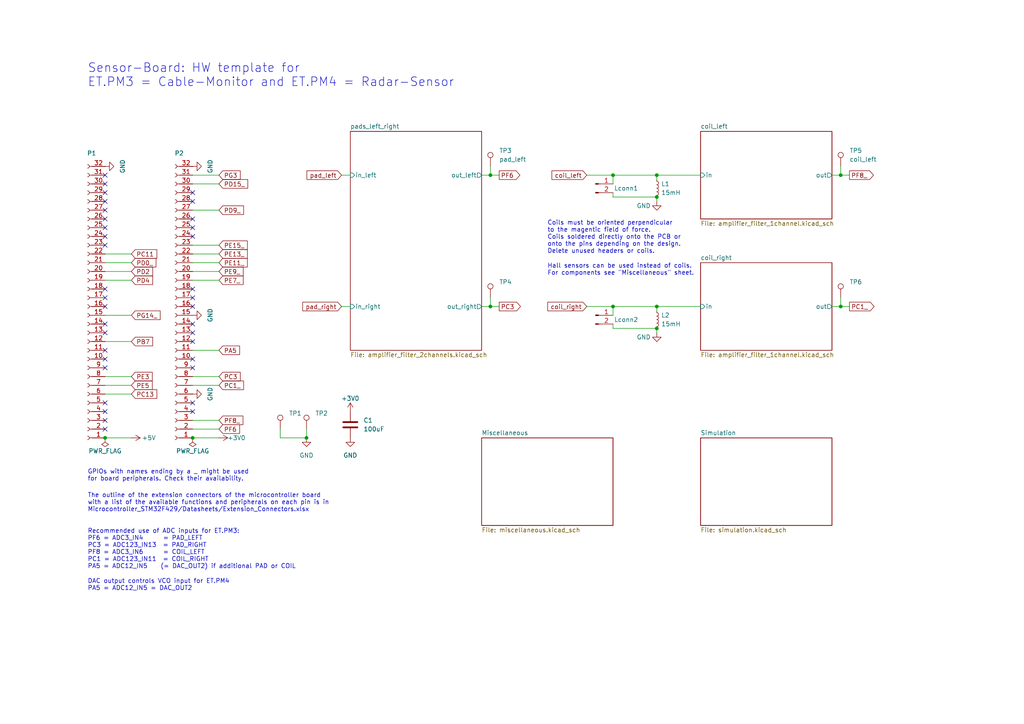
<source format=kicad_sch>
(kicad_sch (version 20250114) (generator "eeschema") (generator_version "9.0")
  (paper "A4")
  (title_block (title "Sensor-Board: HW template for ET.PM3 and ET.PM4") (date "2022-12-22") (company "hhrt@zhaw.ch"))
  (lib_symbols
    (symbol "Connector:Conn_01x02_Pin" (pin_names (offset 1.016) (hide yes))
      (property "Reference" "J" (at 0 2.54 0))
      (property "Value" "Conn_01x02_Pin" (at 0 -5.08 0))
      (symbol "Conn_01x02_Pin_1_1"
        (rectangle (start 0.8636 0.127) (end 0 -0.127) (stroke (width 0.1524)) (fill (type outline)))
        (rectangle (start 0.8636 -2.413) (end 0 -2.667) (stroke (width 0.1524)) (fill (type outline)))
        (polyline (pts (xy 1.27 0) (xy 0.8636 0)) (stroke (width 0.1524)))
        (polyline (pts (xy 1.27 -2.54) (xy 0.8636 -2.54)) (stroke (width 0.1524)))
        (pin passive line (at 5.08 0 180) (length 3.81) (name "Pin_1") (number "1"))
        (pin passive line (at 5.08 -2.54 180) (length 3.81) (name "Pin_2") (number "2"))
      )
    )
    (symbol "Connector:Conn_01x32_Socket" (pin_names (offset 1.016) (hide yes))
      (property "Reference" "J" (at 0 40.64 0))
      (property "Value" "Conn_01x32_Socket" (at 0 -43.18 0))
      (symbol "Conn_01x32_Socket_1_1"
        (polyline (pts (xy -1.27 38.1) (xy -0.508 38.1)) (stroke (width 0.1524)))
        (polyline (pts (xy -1.27 35.56) (xy -0.508 35.56)) (stroke (width 0.1524)))
        (polyline (pts (xy -1.27 33.02) (xy -0.508 33.02)) (stroke (width 0.1524)))
        (polyline (pts (xy -1.27 30.48) (xy -0.508 30.48)) (stroke (width 0.1524)))
        (polyline (pts (xy -1.27 27.94) (xy -0.508 27.94)) (stroke (width 0.1524)))
        (polyline (pts (xy -1.27 25.4) (xy -0.508 25.4)) (stroke (width 0.1524)))
        (polyline (pts (xy -1.27 22.86) (xy -0.508 22.86)) (stroke (width 0.1524)))
        (polyline (pts (xy -1.27 20.32) (xy -0.508 20.32)) (stroke (width 0.1524)))
        (polyline (pts (xy -1.27 17.78) (xy -0.508 17.78)) (stroke (width 0.1524)))
        (polyline (pts (xy -1.27 15.24) (xy -0.508 15.24)) (stroke (width 0.1524)))
        (polyline (pts (xy -1.27 12.7) (xy -0.508 12.7)) (stroke (width 0.1524)))
        (polyline (pts (xy -1.27 10.16) (xy -0.508 10.16)) (stroke (width 0.1524)))
        (polyline (pts (xy -1.27 7.62) (xy -0.508 7.62)) (stroke (width 0.1524)))
        (polyline (pts (xy -1.27 5.08) (xy -0.508 5.08)) (stroke (width 0.1524)))
        (polyline (pts (xy -1.27 2.54) (xy -0.508 2.54)) (stroke (width 0.1524)))
        (polyline (pts (xy -1.27 0) (xy -0.508 0)) (stroke (width 0.1524)))
        (polyline (pts (xy -1.27 -2.54) (xy -0.508 -2.54)) (stroke (width 0.1524)))
        (polyline (pts (xy -1.27 -5.08) (xy -0.508 -5.08)) (stroke (width 0.1524)))
        (polyline (pts (xy -1.27 -7.62) (xy -0.508 -7.62)) (stroke (width 0.1524)))
        (polyline (pts (xy -1.27 -10.16) (xy -0.508 -10.16)) (stroke (width 0.1524)))
        (polyline (pts (xy -1.27 -12.7) (xy -0.508 -12.7)) (stroke (width 0.1524)))
        (polyline (pts (xy -1.27 -15.24) (xy -0.508 -15.24)) (stroke (width 0.1524)))
        (polyline (pts (xy -1.27 -17.78) (xy -0.508 -17.78)) (stroke (width 0.1524)))
        (polyline (pts (xy -1.27 -20.32) (xy -0.508 -20.32)) (stroke (width 0.1524)))
        (polyline (pts (xy -1.27 -22.86) (xy -0.508 -22.86)) (stroke (width 0.1524)))
        (polyline (pts (xy -1.27 -25.4) (xy -0.508 -25.4)) (stroke (width 0.1524)))
        (polyline (pts (xy -1.27 -27.94) (xy -0.508 -27.94)) (stroke (width 0.1524)))
        (polyline (pts (xy -1.27 -30.48) (xy -0.508 -30.48)) (stroke (width 0.1524)))
        (polyline (pts (xy -1.27 -33.02) (xy -0.508 -33.02)) (stroke (width 0.1524)))
        (polyline (pts (xy -1.27 -35.56) (xy -0.508 -35.56)) (stroke (width 0.1524)))
        (polyline (pts (xy -1.27 -38.1) (xy -0.508 -38.1)) (stroke (width 0.1524)))
        (polyline (pts (xy -1.27 -40.64) (xy -0.508 -40.64)) (stroke (width 0.1524)))
        (arc (start 0 37.592) (mid -0.5058 38.1) (end 0 38.608) (stroke (width 0.1524)))
        (arc (start 0 35.052) (mid -0.5058 35.56) (end 0 36.068) (stroke (width 0.1524)))
        (arc (start 0 32.512) (mid -0.5058 33.02) (end 0 33.528) (stroke (width 0.1524)))
        (arc (start 0 29.972) (mid -0.5058 30.48) (end 0 30.988) (stroke (width 0.1524)))
        (arc (start 0 27.432) (mid -0.5058 27.94) (end 0 28.448) (stroke (width 0.1524)))
        (arc (start 0 24.892) (mid -0.5058 25.4) (end 0 25.908) (stroke (width 0.1524)))
        (arc (start 0 22.352) (mid -0.5058 22.86) (end 0 23.368) (stroke (width 0.1524)))
        (arc (start 0 19.812) (mid -0.5058 20.32) (end 0 20.828) (stroke (width 0.1524)))
        (arc (start 0 17.272) (mid -0.5058 17.78) (end 0 18.288) (stroke (width 0.1524)))
        (arc (start 0 14.732) (mid -0.5058 15.24) (end 0 15.748) (stroke (width 0.1524)))
        (arc (start 0 12.192) (mid -0.5058 12.7) (end 0 13.208) (stroke (width 0.1524)))
        (arc (start 0 9.652) (mid -0.5058 10.16) (end 0 10.668) (stroke (width 0.1524)))
        (arc (start 0 7.112) (mid -0.5058 7.62) (end 0 8.128) (stroke (width 0.1524)))
        (arc (start 0 4.572) (mid -0.5058 5.08) (end 0 5.588) (stroke (width 0.1524)))
        (arc (start 0 2.032) (mid -0.5058 2.54) (end 0 3.048) (stroke (width 0.1524)))
        (arc (start 0 -0.508) (mid -0.5058 0) (end 0 0.508) (stroke (width 0.1524)))
        (arc (start 0 -3.048) (mid -0.5058 -2.54) (end 0 -2.032) (stroke (width 0.1524)))
        (arc (start 0 -5.588) (mid -0.5058 -5.08) (end 0 -4.572) (stroke (width 0.1524)))
        (arc (start 0 -8.128) (mid -0.5058 -7.62) (end 0 -7.112) (stroke (width 0.1524)))
        (arc (start 0 -10.668) (mid -0.5058 -10.16) (end 0 -9.652) (stroke (width 0.1524)))
        (arc (start 0 -13.208) (mid -0.5058 -12.7) (end 0 -12.192) (stroke (width 0.1524)))
        (arc (start 0 -15.748) (mid -0.5058 -15.24) (end 0 -14.732) (stroke (width 0.1524)))
        (arc (start 0 -18.288) (mid -0.5058 -17.78) (end 0 -17.272) (stroke (width 0.1524)))
        (arc (start 0 -20.828) (mid -0.5058 -20.32) (end 0 -19.812) (stroke (width 0.1524)))
        (arc (start 0 -23.368) (mid -0.5058 -22.86) (end 0 -22.352) (stroke (width 0.1524)))
        (arc (start 0 -25.908) (mid -0.5058 -25.4) (end 0 -24.892) (stroke (width 0.1524)))
        (arc (start 0 -28.448) (mid -0.5058 -27.94) (end 0 -27.432) (stroke (width 0.1524)))
        (arc (start 0 -30.988) (mid -0.5058 -30.48) (end 0 -29.972) (stroke (width 0.1524)))
        (arc (start 0 -33.528) (mid -0.5058 -33.02) (end 0 -32.512) (stroke (width 0.1524)))
        (arc (start 0 -36.068) (mid -0.5058 -35.56) (end 0 -35.052) (stroke (width 0.1524)))
        (arc (start 0 -38.608) (mid -0.5058 -38.1) (end 0 -37.592) (stroke (width 0.1524)))
        (arc (start 0 -41.148) (mid -0.5058 -40.64) (end 0 -40.132) (stroke (width 0.1524)))
        (pin passive line (at -5.08 38.1 0) (length 3.81) (name "Pin_1") (number "1"))
        (pin passive line (at -5.08 35.56 0) (length 3.81) (name "Pin_2") (number "2"))
        (pin passive line (at -5.08 33.02 0) (length 3.81) (name "Pin_3") (number "3"))
        (pin passive line (at -5.08 30.48 0) (length 3.81) (name "Pin_4") (number "4"))
        (pin passive line (at -5.08 27.94 0) (length 3.81) (name "Pin_5") (number "5"))
        (pin passive line (at -5.08 25.4 0) (length 3.81) (name "Pin_6") (number "6"))
        (pin passive line (at -5.08 22.86 0) (length 3.81) (name "Pin_7") (number "7"))
        (pin passive line (at -5.08 20.32 0) (length 3.81) (name "Pin_8") (number "8"))
        (pin passive line (at -5.08 17.78 0) (length 3.81) (name "Pin_9") (number "9"))
        (pin passive line (at -5.08 15.24 0) (length 3.81) (name "Pin_10") (number "10"))
        (pin passive line (at -5.08 12.7 0) (length 3.81) (name "Pin_11") (number "11"))
        (pin passive line (at -5.08 10.16 0) (length 3.81) (name "Pin_12") (number "12"))
        (pin passive line (at -5.08 7.62 0) (length 3.81) (name "Pin_13") (number "13"))
        (pin passive line (at -5.08 5.08 0) (length 3.81) (name "Pin_14") (number "14"))
        (pin passive line (at -5.08 2.54 0) (length 3.81) (name "Pin_15") (number "15"))
        (pin passive line (at -5.08 0 0) (length 3.81) (name "Pin_16") (number "16"))
        (pin passive line (at -5.08 -2.54 0) (length 3.81) (name "Pin_17") (number "17"))
        (pin passive line (at -5.08 -5.08 0) (length 3.81) (name "Pin_18") (number "18"))
        (pin passive line (at -5.08 -7.62 0) (length 3.81) (name "Pin_19") (number "19"))
        (pin passive line (at -5.08 -10.16 0) (length 3.81) (name "Pin_20") (number "20"))
        (pin passive line (at -5.08 -12.7 0) (length 3.81) (name "Pin_21") (number "21"))
        (pin passive line (at -5.08 -15.24 0) (length 3.81) (name "Pin_22") (number "22"))
        (pin passive line (at -5.08 -17.78 0) (length 3.81) (name "Pin_23") (number "23"))
        (pin passive line (at -5.08 -20.32 0) (length 3.81) (name "Pin_24") (number "24"))
        (pin passive line (at -5.08 -22.86 0) (length 3.81) (name "Pin_25") (number "25"))
        (pin passive line (at -5.08 -25.4 0) (length 3.81) (name "Pin_26") (number "26"))
        (pin passive line (at -5.08 -27.94 0) (length 3.81) (name "Pin_27") (number "27"))
        (pin passive line (at -5.08 -30.48 0) (length 3.81) (name "Pin_28") (number "28"))
        (pin passive line (at -5.08 -33.02 0) (length 3.81) (name "Pin_29") (number "29"))
        (pin passive line (at -5.08 -35.56 0) (length 3.81) (name "Pin_30") (number "30"))
        (pin passive line (at -5.08 -38.1 0) (length 3.81) (name "Pin_31") (number "31"))
        (pin passive line (at -5.08 -40.64 0) (length 3.81) (name "Pin_32") (number "32"))
      )
    )
    (symbol "Connector:TestPoint" (pin_numbers (hide yes)) (pin_names (offset 0.762) (hide yes))
      (property "Reference" "TP" (at 0 6.858 0))
      (property "Value" "TestPoint" (at 0 5.08 0))
      (symbol "TestPoint_0_1"
        (circle (center 0 3.302) (radius 0.762))
      )
      (symbol "TestPoint_1_1"
        (pin passive line (at 0 0 90) (length 2.54) (name "1") (number "1"))
      )
    )
    (symbol "Device:C" (pin_numbers (hide yes)) (pin_names (offset 0.254))
      (property "Reference" "C" (at 0.635 2.54 0))
      (property "Value" "C" (at 0.635 -2.54 0))
      (symbol "C_0_1"
        (polyline (pts (xy -2.032 0.762) (xy 2.032 0.762)) (stroke (width 0.508)))
        (polyline (pts (xy -2.032 -0.762) (xy 2.032 -0.762)) (stroke (width 0.508)))
      )
      (symbol "C_1_1"
        (pin passive line (at 0 3.81 270) (length 2.794) (name "~") (number "1"))
        (pin passive line (at 0 -3.81 90) (length 2.794) (name "~") (number "2"))
      )
    )
    (symbol "Device:L_Small" (pin_numbers (hide yes)) (pin_names (offset 0.254) (hide yes))
      (property "Reference" "L" (at 0.762 1.016 0))
      (property "Value" "L_Small" (at 0.762 -1.016 0))
      (symbol "L_Small_0_1"
        (arc (start 0 2.032) (mid 0.5058 1.524) (end 0 1.016))
        (arc (start 0 1.016) (mid 0.5058 0.508) (end 0 0))
        (arc (start 0 0) (mid 0.5058 -0.508) (end 0 -1.016))
        (arc (start 0 -1.016) (mid 0.5058 -1.524) (end 0 -2.032))
      )
      (symbol "L_Small_1_1"
        (pin passive line (at 0 2.54 270) (length 0.508) (name "~") (number "1"))
        (pin passive line (at 0 -2.54 90) (length 0.508) (name "~") (number "2"))
      )
    )
    (symbol "power:+3V0" (power) (pin_numbers (hide yes)) (pin_names (offset 0) (hide yes))
      (property "Value" "+3V0" (at 0 3.556 0))
      (symbol "+3V0_0_1"
        (polyline (pts (xy -0.762 1.27) (xy 0 2.54)))
        (polyline (pts (xy 0 2.54) (xy 0.762 1.27)))
        (polyline (pts (xy 0 0) (xy 0 2.54)))
      )
      (symbol "+3V0_1_1"
        (pin power_in line (at 0 0 90) (length 0) (name "~") (number "1"))
      )
    )
    (symbol "power:+5V" (power) (pin_numbers (hide yes)) (pin_names (offset 0) (hide yes))
      (property "Value" "+5V" (at 0 3.556 0))
      (symbol "+5V_0_1"
        (polyline (pts (xy -0.762 1.27) (xy 0 2.54)))
        (polyline (pts (xy 0 2.54) (xy 0.762 1.27)))
        (polyline (pts (xy 0 0) (xy 0 2.54)))
      )
      (symbol "+5V_1_1"
        (pin power_in line (at 0 0 90) (length 0) (name "~") (number "1"))
      )
    )
    (symbol "power:GND" (power) (pin_numbers (hide yes)) (pin_names (offset 0) (hide yes))
      (property "Value" "GND" (at 0 -3.81 0))
      (symbol "GND_0_1"
        (polyline (pts (xy 0 0) (xy 0 -1.27) (xy 1.27 -1.27) (xy 0 -2.54) (xy -1.27 -1.27) (xy 0 -1.27)))
      )
      (symbol "GND_1_1"
        (pin power_in line (at 0 0 270) (length 0) (name "~") (number "1"))
      )
    )
    (symbol "power:PWR_FLAG" (power) (pin_numbers (hide yes)) (pin_names (offset 0) (hide yes))
      (property "Value" "PWR_FLAG" (at 0 3.81 0))
      (symbol "PWR_FLAG_0_0"
        (pin power_out line (at 0 0 90) (length 0) (name "~") (number "1"))
      )
      (symbol "PWR_FLAG_0_1"
        (polyline (pts (xy 0 0) (xy 0 1.27) (xy -1.016 1.905) (xy 0 2.54) (xy 1.016 1.905) (xy 0 1.27)))
      )
    )
  )
  (text "The outline of the extension connectors of the microcontroller board\nwith a list of the available functions and peripherals on each pin is in\nMicrocontroller_STM32F429/Datasheets/Extension_Connectors.xlsx" (at 25.4 148.59 0) (effects (font (size 1.27 1.27)) (justify left bottom)))
  (text "Hall sensors can be used instead of coils.\nFor components see \"Miscellaneous\" sheet." (at 158.75 80.01 0) (effects (font (size 1.27 1.27)) (justify left bottom)))
  (text "DAC output controls VCO input for ET.PM4\nPA5 = ADC12_IN5 = DAC_OUT2" (at 25.4 171.45 0) (effects (font (size 1.27 1.27)) (justify left bottom)))
  (text "Coils must be oriented perpendicular\nto the magentic field of force.\nCoils soldered directly onto the PCB or\nonto the pins depending on the design.\nDelete unused headers or coils." (at 158.75 73.66 0) (effects (font (size 1.27 1.27)) (justify left bottom)))
  (text "GPIOs with names ending by a _ might be used\nfor board peripherals. Check their availability." (at 25.4 139.7 0) (effects (font (size 1.27 1.27)) (justify left bottom)))
  (text "Recommended use of ADC inputs for ET.PM3:\nPF6 = ADC3_IN4      = PAD_LEFT\nPC3 = ADC123_IN13  = PAD_RIGHT\nPF8 = ADC3_IN6      = COIL_LEFT\nPC1 = ADC123_IN11  = COIL_RIGHT\nPA5 = ADC12_IN5    (= DAC_OUT2) if additional PAD or COIL" (at 25.4 165.1 0) (effects (font (size 1.27 1.27)) (justify left bottom)))
  (text "Sensor-Board: HW template for\nET.PM3 = Cable-Monitor and ET.PM4 = Radar-Sensor" (at 25.4 25.4 0) (effects (font (size 2.54 2.54)) (justify left bottom)))
  (junction (at 142.24 50.8))
  (junction (at 55.88 127))
  (junction (at 243.84 88.9))
  (junction (at 88.9 127))
  (junction (at 190.5 57.15))
  (junction (at 190.5 95.25))
  (junction (at 177.8 50.8))
  (junction (at 190.5 88.9))
  (junction (at 142.24 88.9))
  (junction (at 190.5 50.8))
  (junction (at 177.8 88.9))
  (junction (at 243.84 50.8))
  (junction (at 30.48 127))
  (no_connect (at 55.88 88.9))
  (no_connect (at 55.88 86.36))
  (no_connect (at 55.88 83.82))
  (no_connect (at 55.88 96.52))
  (no_connect (at 55.88 93.98))
  (no_connect (at 55.88 68.58))
  (no_connect (at 55.88 66.04))
  (no_connect (at 55.88 63.5))
  (no_connect (at 55.88 58.42))
  (no_connect (at 55.88 55.88))
  (no_connect (at 55.88 119.38))
  (no_connect (at 55.88 116.84))
  (no_connect (at 30.48 116.84))
  (no_connect (at 30.48 119.38))
  (no_connect (at 30.48 121.92))
  (no_connect (at 30.48 124.46))
  (no_connect (at 30.48 66.04))
  (no_connect (at 30.48 68.58))
  (no_connect (at 30.48 71.12))
  (no_connect (at 30.48 83.82))
  (no_connect (at 30.48 86.36))
  (no_connect (at 30.48 88.9))
  (no_connect (at 30.48 50.8))
  (no_connect (at 30.48 53.34))
  (no_connect (at 30.48 55.88))
  (no_connect (at 30.48 58.42))
  (no_connect (at 30.48 60.96))
  (no_connect (at 30.48 63.5))
  (no_connect (at 30.48 93.98))
  (no_connect (at 30.48 96.52))
  (no_connect (at 30.48 104.14))
  (no_connect (at 30.48 106.68))
  (no_connect (at 55.88 106.68))
  (no_connect (at 55.88 104.14))
  (no_connect (at 55.88 99.06))
  (no_connect (at 30.48 101.6))
  (wire (pts (xy 177.8 88.9) (xy 190.5 88.9)))
  (wire (pts (xy 243.84 50.8) (xy 246.38 50.8)))
  (wire (pts (xy 38.1 114.3) (xy 30.48 114.3)))
  (wire (pts (xy 177.8 88.9) (xy 177.8 91.44)))
  (wire (pts (xy 63.5 73.66) (xy 55.88 73.66)))
  (wire (pts (xy 139.7 88.9) (xy 142.24 88.9)))
  (wire (pts (xy 99.06 88.9) (xy 101.6 88.9)))
  (wire (pts (xy 63.5 53.34) (xy 55.88 53.34)))
  (wire (pts (xy 241.3 88.9) (xy 243.84 88.9)))
  (wire (pts (xy 38.1 127) (xy 30.48 127)))
  (wire (pts (xy 177.8 95.25) (xy 190.5 95.25)))
  (wire (pts (xy 142.24 48.26) (xy 142.24 50.8)))
  (wire (pts (xy 63.5 60.96) (xy 55.88 60.96)))
  (wire (pts (xy 190.5 88.9) (xy 190.5 90.17)))
  (wire (pts (xy 177.8 50.8) (xy 190.5 50.8)))
  (wire (pts (xy 38.1 99.06) (xy 30.48 99.06)))
  (wire (pts (xy 243.84 88.9) (xy 246.38 88.9)))
  (wire (pts (xy 190.5 96.52) (xy 190.5 95.25)))
  (wire (pts (xy 243.84 48.26) (xy 243.84 50.8)))
  (wire (pts (xy 63.5 121.92) (xy 55.88 121.92)))
  (wire (pts (xy 190.5 50.8) (xy 190.5 52.07)))
  (wire (pts (xy 63.5 124.46) (xy 55.88 124.46)))
  (wire (pts (xy 177.8 57.15) (xy 190.5 57.15)))
  (wire (pts (xy 139.7 50.8) (xy 142.24 50.8)))
  (wire (pts (xy 38.1 91.44) (xy 30.48 91.44)))
  (wire (pts (xy 63.5 109.22) (xy 55.88 109.22)))
  (wire (pts (xy 81.28 124.46) (xy 81.28 127)))
  (wire (pts (xy 177.8 55.88) (xy 177.8 57.15)))
  (wire (pts (xy 63.5 101.6) (xy 55.88 101.6)))
  (wire (pts (xy 81.28 127) (xy 88.9 127)))
  (wire (pts (xy 190.5 58.42) (xy 190.5 57.15)))
  (wire (pts (xy 63.5 71.12) (xy 55.88 71.12)))
  (wire (pts (xy 38.1 81.28) (xy 30.48 81.28)))
  (wire (pts (xy 63.5 76.2) (xy 55.88 76.2)))
  (wire (pts (xy 88.9 124.46) (xy 88.9 127)))
  (wire (pts (xy 177.8 50.8) (xy 177.8 53.34)))
  (wire (pts (xy 63.5 127) (xy 55.88 127)))
  (wire (pts (xy 243.84 86.36) (xy 243.84 88.9)))
  (wire (pts (xy 63.5 111.76) (xy 55.88 111.76)))
  (wire (pts (xy 190.5 88.9) (xy 203.2 88.9)))
  (wire (pts (xy 241.3 50.8) (xy 243.84 50.8)))
  (wire (pts (xy 142.24 88.9) (xy 144.78 88.9)))
  (wire (pts (xy 38.1 76.2) (xy 30.48 76.2)))
  (wire (pts (xy 142.24 50.8) (xy 144.78 50.8)))
  (wire (pts (xy 63.5 78.74) (xy 55.88 78.74)))
  (wire (pts (xy 170.18 88.9) (xy 177.8 88.9)))
  (wire (pts (xy 63.5 81.28) (xy 55.88 81.28)))
  (wire (pts (xy 142.24 86.36) (xy 142.24 88.9)))
  (wire (pts (xy 38.1 109.22) (xy 30.48 109.22)))
  (wire (pts (xy 99.06 50.8) (xy 101.6 50.8)))
  (wire (pts (xy 63.5 50.8) (xy 55.88 50.8)))
  (wire (pts (xy 38.1 73.66) (xy 30.48 73.66)))
  (wire (pts (xy 177.8 93.98) (xy 177.8 95.25)))
  (wire (pts (xy 190.5 50.8) (xy 203.2 50.8)))
  (wire (pts (xy 38.1 78.74) (xy 30.48 78.74)))
  (wire (pts (xy 170.18 50.8) (xy 177.8 50.8)))
  (wire (pts (xy 38.1 111.76) (xy 30.48 111.76)))
  (global_label "PD4" (shape input) (at 38.1 81.28 0) (property "Intersheetrefs" "${INTERSHEET_REFS}" (effects (hide yes))))
  (global_label "PC3" (shape output) (at 144.78 88.9 0) (property "Intersheetrefs" "${INTERSHEET_REFS}" (effects (hide yes))))
  (global_label "PE5" (shape input) (at 38.1 111.76 0) (property "Intersheetrefs" "${INTERSHEET_REFS}" (effects (hide yes))))
  (global_label "PD0_" (shape input) (at 38.1 76.2 0) (property "Intersheetrefs" "${INTERSHEET_REFS}" (effects (hide yes))))
  (global_label "PC1_" (shape input) (at 63.5 111.76 0) (property "Intersheetrefs" "${INTERSHEET_REFS}" (effects (hide yes))))
  (global_label "PB7" (shape input) (at 38.1 99.06 0) (property "Intersheetrefs" "${INTERSHEET_REFS}" (effects (hide yes))))
  (global_label "PF6" (shape output) (at 144.78 50.8 0) (property "Intersheetrefs" "${INTERSHEET_REFS}" (effects (hide yes))))
  (global_label "PD9_" (shape input) (at 63.5 60.96 0) (property "Intersheetrefs" "${INTERSHEET_REFS}" (effects (hide yes))))
  (global_label "PE3" (shape input) (at 38.1 109.22 0) (property "Intersheetrefs" "${INTERSHEET_REFS}" (effects (hide yes))))
  (global_label "PC1_" (shape output) (at 246.38 88.9 0) (property "Intersheetrefs" "${INTERSHEET_REFS}" (effects (hide yes))))
  (global_label "PE13_" (shape input) (at 63.5 73.66 0) (property "Intersheetrefs" "${INTERSHEET_REFS}" (effects (hide yes))))
  (global_label "PE7_" (shape input) (at 63.5 81.28 0) (property "Intersheetrefs" "${INTERSHEET_REFS}" (effects (hide yes))))
  (global_label "PA5" (shape input) (at 63.5 101.6 0) (property "Intersheetrefs" "${INTERSHEET_REFS}" (effects (hide yes))))
  (global_label "PE15_" (shape input) (at 63.5 71.12 0) (property "Intersheetrefs" "${INTERSHEET_REFS}" (effects (hide yes))))
  (global_label "coil_right" (shape input) (at 170.18 88.9 180) (property "Intersheetrefs" "${INTERSHEET_REFS}" (effects (hide yes))))
  (global_label "PE11_" (shape input) (at 63.5 76.2 0) (property "Intersheetrefs" "${INTERSHEET_REFS}" (effects (hide yes))))
  (global_label "PF8_" (shape input) (at 63.5 121.92 0) (property "Intersheetrefs" "${INTERSHEET_REFS}" (effects (hide yes))))
  (global_label "PG3" (shape input) (at 63.5 50.8 0) (property "Intersheetrefs" "${INTERSHEET_REFS}" (effects (hide yes))))
  (global_label "PC11" (shape input) (at 38.1 73.66 0) (property "Intersheetrefs" "${INTERSHEET_REFS}" (effects (hide yes))))
  (global_label "PG14_" (shape input) (at 38.1 91.44 0) (property "Intersheetrefs" "${INTERSHEET_REFS}" (effects (hide yes))))
  (global_label "PF6" (shape input) (at 63.5 124.46 0) (property "Intersheetrefs" "${INTERSHEET_REFS}" (effects (hide yes))))
  (global_label "PD15_" (shape input) (at 63.5 53.34 0) (property "Intersheetrefs" "${INTERSHEET_REFS}" (effects (hide yes))))
  (global_label "PE9_" (shape input) (at 63.5 78.74 0) (property "Intersheetrefs" "${INTERSHEET_REFS}" (effects (hide yes))))
  (global_label "pad_left" (shape input) (at 99.06 50.8 180) (property "Intersheetrefs" "${INTERSHEET_REFS}" (effects (hide yes))))
  (global_label "PC3" (shape input) (at 63.5 109.22 0) (property "Intersheetrefs" "${INTERSHEET_REFS}" (effects (hide yes))))
  (global_label "PC13" (shape input) (at 38.1 114.3 0) (property "Intersheetrefs" "${INTERSHEET_REFS}" (effects (hide yes))))
  (global_label "pad_right" (shape input) (at 99.06 88.9 180) (property "Intersheetrefs" "${INTERSHEET_REFS}" (effects (hide yes))))
  (global_label "coil_left" (shape input) (at 170.18 50.8 180) (property "Intersheetrefs" "${INTERSHEET_REFS}" (effects (hide yes))))
  (global_label "PF8_" (shape output) (at 246.38 50.8 0) (property "Intersheetrefs" "${INTERSHEET_REFS}" (effects (hide yes))))
  (global_label "PD2" (shape input) (at 38.1 78.74 0) (property "Intersheetrefs" "${INTERSHEET_REFS}" (effects (hide yes))))
  (symbol (lib_id "Connector:TestPoint") (at 142.24 86.36 0) (unit 1) (exclude_from_sim yes)
    (property "Reference" "TP4" (at 144.78 81.7879 0) (effects (justify left)))
    (property "Value" "${SIM.PARAMS}" (at 144.78 84.3279 0) (effects (justify left)))
    (property "Footprint" "TestPoint:TestPoint_Loop_D2.60mm_Drill1.6mm_Beaded" (effects (hide yes)))
    (property "Sim.Pins" "1=1" (effects (hide yes)))
  )
  (symbol (lib_id "power:PWR_FLAG") (at 55.88 127 180) (unit 1)
    (property "Reference" "#FLG02" (effects (hide yes)))
    (property "Value" "PWR_FLAG" (at 55.88 130.81 0))
    (property "Description" "Special symbol for telling ERC where power comes from" (effects (hide yes)))
  )
  (symbol (lib_id "Device:C") (at 101.6 123.19 0) (unit 1)
    (property "Reference" "C1" (at 105.41 121.9199 0) (effects (justify left)))
    (property "Value" "100uF" (at 105.41 124.4599 0) (effects (justify left)))
    (property "Footprint" "Capacitor_SMD:C_1206_3216Metric_Pad1.33x1.80mm_HandSolder" (effects (hide yes)))
  )
  (symbol (lib_id "power:GND") (at 190.5 96.52 0) (unit 1)
    (property "Reference" "#PWR011" (effects (hide yes)))
    (property "Value" "GND" (at 186.69 97.79 0))
    (property "Description" "Power symbol creates a global label with name \"GND\" , ground" (effects (hide yes)))
  )
  (symbol (lib_id "Device:L_Small") (at 190.5 54.61 0) (unit 1)
    (property "Reference" "L1" (at 191.77 53.3399 0) (effects (justify left)))
    (property "Value" "15mH" (at 191.77 55.8799 0) (effects (justify left)))
    (property "Footprint" "Inductor_SMD:L_Bourns_SRN6045TA" (effects (hide yes)))
  )
  (symbol (lib_id "Connector:Conn_01x32_Socket") (at 50.8 88.9 180) (unit 1) (exclude_from_sim yes)
    (property "Reference" "P2" (at 53.34 44.45 0) (effects (justify left)))
    (property "Value" "${SIM.PARAMS}" (effects (hide yes)))
    (property "Footprint" "Connector_PinSocket_2.54mm:PinSocket_1x32_P2.54mm_Vertical" (effects (hide yes)))
    (property "Sim.Device" "SPICE" (effects (hide yes)))
    (property "Sim.Params" "type=\"R\" model=\"Conn_01x32_Female\" lib=\"\"" (effects (hide yes)))
    (property "Sim.Pins" "1=1 2=2 3=3 4=4 5=5 6=6 7=7 8=8 9=9 10=10 11=11 12=12 13=13 14=14 15=15 16=16 17=17 18=18 19=19 20=20 21=21 22=22 23=23 24=24 25=25 26=26 27=27 28=28 29=29 30=30 31=31 32=32" (effects (hide yes)))
  )
  (symbol (lib_id "power:GND") (at 55.88 114.3 90) (unit 1)
    (property "Reference" "#PWR05" (effects (hide yes)))
    (property "Value" "GND" (at 60.96 114.3 0))
    (property "Description" "Power symbol creates a global label with name \"GND\" , ground" (effects (hide yes)))
  )
  (symbol (lib_id "power:GND") (at 88.9 127 0) (unit 1)
    (property "Reference" "#PWR07" (effects (hide yes)))
    (property "Value" "GND" (at 88.9 132.08 0))
    (property "Description" "Power symbol creates a global label with name \"GND\" , ground" (effects (hide yes)))
  )
  (symbol (lib_id "Connector:Conn_01x02_Pin") (at 172.72 53.34 0) (unit 1) (exclude_from_sim yes)
    (property "Reference" "Lconn1" (at 181.61 54.61 0))
    (property "Value" "Conn_01x02_Male" (effects (hide yes)))
    (property "Footprint" "Connector_PinHeader_2.54mm:PinHeader_1x02_P2.54mm_Vertical" (effects (hide yes)))
    (property "Sim.Device" "SPICE" (effects (hide yes)))
    (property "Sim.Params" "type=\"L\" model=\"Conn_01x02_Male\" lib=\"\"" (effects (hide yes)))
    (property "Sim.Pins" "1=1 2=2" (effects (hide yes)))
  )
  (symbol (lib_id "Connector:TestPoint") (at 88.9 124.46 0) (unit 1) (exclude_from_sim yes)
    (property "Reference" "TP2" (at 91.44 119.8879 0) (effects (justify left)))
    (property "Value" "${SIM.PARAMS}" (at 91.44 122.4279 0) (effects (justify left)))
    (property "Footprint" "TestPoint:TestPoint_Loop_D2.60mm_Drill1.6mm_Beaded" (effects (hide yes)))
    (property "Sim.Pins" "1=1" (effects (hide yes)))
  )
  (symbol (lib_id "power:GND") (at 55.88 48.26 90) (unit 1)
    (property "Reference" "#PWR03" (effects (hide yes)))
    (property "Value" "GND" (at 60.96 48.26 0))
    (property "Description" "Power symbol creates a global label with name \"GND\" , ground" (effects (hide yes)))
  )
  (symbol (lib_id "power:GND") (at 190.5 58.42 0) (unit 1)
    (property "Reference" "#PWR010" (effects (hide yes)))
    (property "Value" "GND" (at 186.69 59.69 0))
    (property "Description" "Power symbol creates a global label with name \"GND\" , ground" (effects (hide yes)))
  )
  (symbol (lib_id "power:GND") (at 30.48 48.26 90) (mirror x) (unit 1)
    (property "Reference" "#PWR01" (effects (hide yes)))
    (property "Value" "GND" (at 35.56 48.26 0))
    (property "Description" "Power symbol creates a global label with name \"GND\" , ground" (effects (hide yes)))
  )
  (symbol (lib_id "Connector:TestPoint") (at 81.28 124.46 0) (unit 1) (exclude_from_sim yes)
    (property "Reference" "TP1" (at 83.82 119.8879 0) (effects (justify left)))
    (property "Value" "${SIM.PARAMS}" (at 83.82 122.4279 0) (effects (justify left)))
    (property "Footprint" "TestPoint:TestPoint_Loop_D2.60mm_Drill1.6mm_Beaded" (effects (hide yes)))
    (property "Sim.Pins" "1=1" (effects (hide yes)))
  )
  (symbol (lib_id "power:+3V0") (at 101.6 119.38 0) (unit 1)
    (property "Reference" "#PWR08" (effects (hide yes)))
    (property "Value" "+3V0" (at 101.6 115.57 0))
    (property "Description" "Power symbol creates a global label with name \"+3V0\"" (effects (hide yes)))
  )
  (symbol (lib_id "Connector:TestPoint") (at 243.84 86.36 0) (unit 1) (exclude_from_sim yes)
    (property "Reference" "TP6" (at 246.38 81.7879 0) (effects (justify left)))
    (property "Value" "${SIM.PARAMS}" (at 246.38 84.3279 0) (effects (justify left)))
    (property "Footprint" "TestPoint:TestPoint_Loop_D2.60mm_Drill1.6mm_Beaded" (effects (hide yes)))
    (property "Sim.Pins" "1=1" (effects (hide yes)))
  )
  (symbol (lib_id "power:PWR_FLAG") (at 30.48 127 180) (unit 1)
    (property "Reference" "#FLG01" (effects (hide yes)))
    (property "Value" "PWR_FLAG" (at 30.48 130.81 0))
    (property "Description" "Special symbol for telling ERC where power comes from" (effects (hide yes)))
  )
  (symbol (lib_id "power:+5V") (at 38.1 127 270) (unit 1)
    (property "Reference" "#PWR02" (effects (hide yes)))
    (property "Value" "+5V" (at 43.18 127 90))
    (property "Description" "Power symbol creates a global label with name \"+5V\"" (effects (hide yes)))
  )
  (symbol (lib_id "power:GND") (at 101.6 127 0) (unit 1)
    (property "Reference" "#PWR09" (effects (hide yes)))
    (property "Value" "GND" (at 101.6 132.08 0))
    (property "Description" "Power symbol creates a global label with name \"GND\" , ground" (effects (hide yes)))
  )
  (symbol (lib_id "power:GND") (at 55.88 91.44 90) (unit 1)
    (property "Reference" "#PWR04" (effects (hide yes)))
    (property "Value" "GND" (at 60.96 91.44 0))
    (property "Description" "Power symbol creates a global label with name \"GND\" , ground" (effects (hide yes)))
  )
  (symbol (lib_id "Connector:TestPoint") (at 142.24 48.26 0) (unit 1) (exclude_from_sim yes)
    (property "Reference" "TP3" (at 144.78 43.6879 0) (effects (justify left)))
    (property "Value" "pad_left" (at 144.78 46.2279 0) (effects (justify left)))
    (property "Footprint" "TestPoint:TestPoint_Loop_D2.60mm_Drill1.6mm_Beaded" (effects (hide yes)))
    (property "Sim.Device" "SPICE" (effects (hide yes)))
    (property "Sim.Params" "type=\"R\" model=\"pad_left\" lib=\"\"" (effects (hide yes)))
    (property "Sim.Pins" "1=1" (effects (hide yes)))
  )
  (symbol (lib_id "Device:L_Small") (at 190.5 92.71 0) (unit 1)
    (property "Reference" "L2" (at 191.77 91.4399 0) (effects (justify left)))
    (property "Value" "15mH" (at 191.77 93.9799 0) (effects (justify left)))
    (property "Footprint" "Inductor_SMD:L_Bourns_SRN6045TA" (effects (hide yes)))
  )
  (symbol (lib_id "Connector:Conn_01x32_Socket") (at 25.4 88.9 180) (unit 1) (exclude_from_sim yes)
    (property "Reference" "P1" (at 27.94 44.45 0) (effects (justify left)))
    (property "Value" "${SIM.PARAMS}" (effects (hide yes)))
    (property "Footprint" "Connector_PinSocket_2.54mm:PinSocket_1x32_P2.54mm_Vertical" (effects (hide yes)))
    (property "Sim.Device" "SPICE" (effects (hide yes)))
    (property "Sim.Params" "type=\"R\" model=\"Conn_01x32_Female\" lib=\"\"" (effects (hide yes)))
    (property "Sim.Pins" "1=1 2=2 3=3 4=4 5=5 6=6 7=7 8=8 9=9 10=10 11=11 12=12 13=13 14=14 15=15 16=16 17=17 18=18 19=19 20=20 21=21 22=22 23=23 24=24 25=25 26=26 27=27 28=28 29=29 30=30 31=31 32=32" (effects (hide yes)))
  )
  (symbol (lib_id "Connector:Conn_01x02_Pin") (at 172.72 91.44 0) (unit 1) (exclude_from_sim yes)
    (property "Reference" "Lconn2" (at 181.61 92.71 0))
    (property "Value" "Conn_01x02_Male" (effects (hide yes)))
    (property "Footprint" "Connector_PinHeader_2.54mm:PinHeader_1x02_P2.54mm_Vertical" (effects (hide yes)))
    (property "Sim.Device" "SPICE" (effects (hide yes)))
    (property "Sim.Params" "type=\"L\" model=\"Conn_01x02_Male\" lib=\"\"" (effects (hide yes)))
    (property "Sim.Pins" "1=1 2=2" (effects (hide yes)))
  )
  (symbol (lib_id "power:+3V0") (at 63.5 127 270) (unit 1)
    (property "Reference" "#PWR06" (effects (hide yes)))
    (property "Value" "+3V0" (at 68.58 127 90))
    (property "Description" "Power symbol creates a global label with name \"+3V0\"" (effects (hide yes)))
  )
  (symbol (lib_id "Connector:TestPoint") (at 243.84 48.26 0) (unit 1) (exclude_from_sim yes)
    (property "Reference" "TP5" (at 246.38 43.6879 0) (effects (justify left)))
    (property "Value" "coil_left" (at 246.38 46.2279 0) (effects (justify left)))
    (property "Footprint" "TestPoint:TestPoint_Loop_D2.60mm_Drill1.6mm_Beaded" (effects (hide yes)))
    (property "Sim.Device" "SPICE" (effects (hide yes)))
    (property "Sim.Params" "type=\"R\" model=\"coil_left\" lib=\"\"" (effects (hide yes)))
    (property "Sim.Pins" "1=1" (effects (hide yes)))
  )
  (sheet (at 101.6 38.1) (size 38.1 63.5) (stroke (width 0.1524))
    (property "Sheetname" "pads_left_right" (at 101.6 37.3884 0) (effects (justify left bottom)))
    (property "Sheetfile" "amplifier_filter_2channels.kicad_sch" (at 101.6 102.1846 0) (effects (justify left top)))
    (pin "in_right" input (at 101.6 88.9 180))
    (pin "in_left" input (at 101.6 50.8 180))
    (pin "out_left" output (at 139.7 50.8 0))
    (pin "out_right" output (at 139.7 88.9 0))
  )
  (sheet (at 139.7 127) (size 38.1 25.4) (stroke (width 0.1524))
    (property "Sheetname" "Miscellaneous" (at 139.7 126.2884 0) (effects (justify left bottom)))
    (property "Sheetfile" "miscellaneous.kicad_sch" (at 139.7 152.9846 0) (effects (justify left top)))
  )
  (sheet (at 203.2 127) (size 38.1 25.4) (stroke (width 0.1524))
    (property "Sheetname" "Simulation" (at 203.2 126.2884 0) (effects (justify left bottom)))
    (property "Sheetfile" "simulation.kicad_sch" (at 203.2 152.9846 0) (effects (justify left top)))
  )
  (sheet (at 203.2 76.2) (size 38.1 25.4) (stroke (width 0.1524))
    (property "Sheetname" "coil_right" (at 203.2 75.4884 0) (effects (justify left bottom)))
    (property "Sheetfile" "amplifier_filter_1channel.kicad_sch" (at 203.2 102.1846 0) (effects (justify left top)))
    (pin "out" output (at 241.3 88.9 0))
    (pin "in" input (at 203.2 88.9 180))
  )
  (sheet (at 203.2 38.1) (size 38.1 25.4) (stroke (width 0.1524))
    (property "Sheetname" "coil_left" (at 203.2 37.3884 0) (effects (justify left bottom)))
    (property "Sheetfile" "amplifier_filter_1channel.kicad_sch" (at 203.2 64.0846 0) (effects (justify left top)))
    (pin "out" output (at 241.3 50.8 0))
    (pin "in" input (at 203.2 50.8 180))
  )
)
</source>
